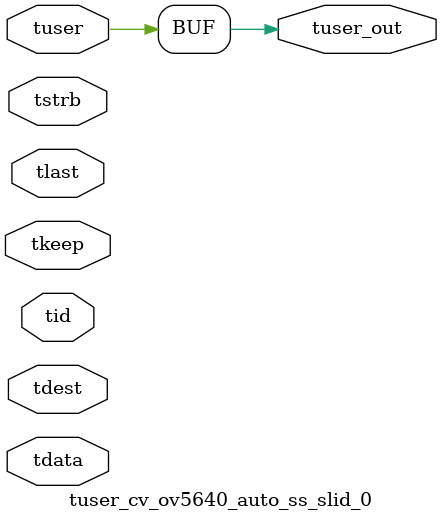
<source format=v>


`timescale 1ps/1ps

module tuser_cv_ov5640_auto_ss_slid_0 #
(
parameter C_S_AXIS_TUSER_WIDTH = 1,
parameter C_S_AXIS_TDATA_WIDTH = 32,
parameter C_S_AXIS_TID_WIDTH   = 0,
parameter C_S_AXIS_TDEST_WIDTH = 0,
parameter C_M_AXIS_TUSER_WIDTH = 1
)
(
input  [(C_S_AXIS_TUSER_WIDTH == 0 ? 1 : C_S_AXIS_TUSER_WIDTH)-1:0     ] tuser,
input  [(C_S_AXIS_TDATA_WIDTH == 0 ? 1 : C_S_AXIS_TDATA_WIDTH)-1:0     ] tdata,
input  [(C_S_AXIS_TID_WIDTH   == 0 ? 1 : C_S_AXIS_TID_WIDTH)-1:0       ] tid,
input  [(C_S_AXIS_TDEST_WIDTH == 0 ? 1 : C_S_AXIS_TDEST_WIDTH)-1:0     ] tdest,
input  [(C_S_AXIS_TDATA_WIDTH/8)-1:0 ] tkeep,
input  [(C_S_AXIS_TDATA_WIDTH/8)-1:0 ] tstrb,
input                                                                    tlast,
output [C_M_AXIS_TUSER_WIDTH-1:0] tuser_out
);

assign tuser_out = {tuser[0:0]};

endmodule


</source>
